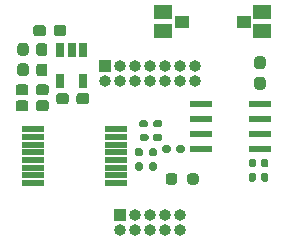
<source format=gbr>
%TF.GenerationSoftware,KiCad,Pcbnew,(5.1.8)-1*%
%TF.CreationDate,2021-11-11T12:40:01-05:00*%
%TF.ProjectId,Metal_flaw_sensor,4d657461-6c5f-4666-9c61-775f73656e73,rev?*%
%TF.SameCoordinates,Original*%
%TF.FileFunction,Soldermask,Top*%
%TF.FilePolarity,Negative*%
%FSLAX46Y46*%
G04 Gerber Fmt 4.6, Leading zero omitted, Abs format (unit mm)*
G04 Created by KiCad (PCBNEW (5.1.8)-1) date 2021-11-11 12:40:01*
%MOMM*%
%LPD*%
G01*
G04 APERTURE LIST*
%ADD10O,1.000000X1.000000*%
%ADD11R,1.000000X1.000000*%
%ADD12R,1.900000X0.480000*%
%ADD13R,0.650000X1.220000*%
%ADD14R,1.970000X0.600000*%
%ADD15R,1.200000X1.000000*%
%ADD16R,1.500000X1.200000*%
G04 APERTURE END LIST*
D10*
%TO.C,J3*%
X135810000Y-109820000D03*
X135810000Y-108550000D03*
X134540000Y-109820000D03*
X134540000Y-108550000D03*
X133270000Y-109820000D03*
X133270000Y-108550000D03*
X132000000Y-109820000D03*
X132000000Y-108550000D03*
X130730000Y-109820000D03*
X130730000Y-108550000D03*
X129460000Y-109820000D03*
X129460000Y-108550000D03*
X128190000Y-109820000D03*
D11*
X128190000Y-108550000D03*
%TD*%
D12*
%TO.C,U2*%
X122105000Y-118435000D03*
X122105000Y-117785000D03*
X122105000Y-117135000D03*
X122105000Y-116485000D03*
X122105000Y-115835000D03*
X122105000Y-115185000D03*
X122105000Y-114535000D03*
X122105000Y-113885000D03*
X129115000Y-113885000D03*
X129115000Y-114535000D03*
X129115000Y-115185000D03*
X129115000Y-115835000D03*
X129115000Y-116485000D03*
X129115000Y-117135000D03*
X129115000Y-117785000D03*
X129115000Y-118435000D03*
%TD*%
%TO.C,C3*%
G36*
G01*
X141082500Y-109445000D02*
X141557500Y-109445000D01*
G75*
G02*
X141795000Y-109682500I0J-237500D01*
G01*
X141795000Y-110282500D01*
G75*
G02*
X141557500Y-110520000I-237500J0D01*
G01*
X141082500Y-110520000D01*
G75*
G02*
X140845000Y-110282500I0J237500D01*
G01*
X140845000Y-109682500D01*
G75*
G02*
X141082500Y-109445000I237500J0D01*
G01*
G37*
G36*
G01*
X141082500Y-107720000D02*
X141557500Y-107720000D01*
G75*
G02*
X141795000Y-107957500I0J-237500D01*
G01*
X141795000Y-108557500D01*
G75*
G02*
X141557500Y-108795000I-237500J0D01*
G01*
X141082500Y-108795000D01*
G75*
G02*
X140845000Y-108557500I0J237500D01*
G01*
X140845000Y-107957500D01*
G75*
G02*
X141082500Y-107720000I237500J0D01*
G01*
G37*
%TD*%
%TO.C,R6*%
G36*
G01*
X132430000Y-116190000D02*
X132110000Y-116190000D01*
G75*
G02*
X131950000Y-116030000I0J160000D01*
G01*
X131950000Y-115635000D01*
G75*
G02*
X132110000Y-115475000I160000J0D01*
G01*
X132430000Y-115475000D01*
G75*
G02*
X132590000Y-115635000I0J-160000D01*
G01*
X132590000Y-116030000D01*
G75*
G02*
X132430000Y-116190000I-160000J0D01*
G01*
G37*
G36*
G01*
X132430000Y-117385000D02*
X132110000Y-117385000D01*
G75*
G02*
X131950000Y-117225000I0J160000D01*
G01*
X131950000Y-116830000D01*
G75*
G02*
X132110000Y-116670000I160000J0D01*
G01*
X132430000Y-116670000D01*
G75*
G02*
X132590000Y-116830000I0J-160000D01*
G01*
X132590000Y-117225000D01*
G75*
G02*
X132430000Y-117385000I-160000J0D01*
G01*
G37*
%TD*%
%TO.C,R5*%
G36*
G01*
X131220000Y-116190000D02*
X130900000Y-116190000D01*
G75*
G02*
X130740000Y-116030000I0J160000D01*
G01*
X130740000Y-115635000D01*
G75*
G02*
X130900000Y-115475000I160000J0D01*
G01*
X131220000Y-115475000D01*
G75*
G02*
X131380000Y-115635000I0J-160000D01*
G01*
X131380000Y-116030000D01*
G75*
G02*
X131220000Y-116190000I-160000J0D01*
G01*
G37*
G36*
G01*
X131220000Y-117385000D02*
X130900000Y-117385000D01*
G75*
G02*
X130740000Y-117225000I0J160000D01*
G01*
X130740000Y-116830000D01*
G75*
G02*
X130900000Y-116670000I160000J0D01*
G01*
X131220000Y-116670000D01*
G75*
G02*
X131380000Y-116830000I0J-160000D01*
G01*
X131380000Y-117225000D01*
G75*
G02*
X131220000Y-117385000I-160000J0D01*
G01*
G37*
%TD*%
%TO.C,R4*%
G36*
G01*
X133770000Y-115410000D02*
X133770000Y-115730000D01*
G75*
G02*
X133610000Y-115890000I-160000J0D01*
G01*
X133215000Y-115890000D01*
G75*
G02*
X133055000Y-115730000I0J160000D01*
G01*
X133055000Y-115410000D01*
G75*
G02*
X133215000Y-115250000I160000J0D01*
G01*
X133610000Y-115250000D01*
G75*
G02*
X133770000Y-115410000I0J-160000D01*
G01*
G37*
G36*
G01*
X134965000Y-115410000D02*
X134965000Y-115730000D01*
G75*
G02*
X134805000Y-115890000I-160000J0D01*
G01*
X134410000Y-115890000D01*
G75*
G02*
X134250000Y-115730000I0J160000D01*
G01*
X134250000Y-115410000D01*
G75*
G02*
X134410000Y-115250000I160000J0D01*
G01*
X134805000Y-115250000D01*
G75*
G02*
X134965000Y-115410000I0J-160000D01*
G01*
G37*
%TD*%
%TO.C,R3*%
G36*
G01*
X131820000Y-113250000D02*
X131820000Y-113570000D01*
G75*
G02*
X131660000Y-113730000I-160000J0D01*
G01*
X131265000Y-113730000D01*
G75*
G02*
X131105000Y-113570000I0J160000D01*
G01*
X131105000Y-113250000D01*
G75*
G02*
X131265000Y-113090000I160000J0D01*
G01*
X131660000Y-113090000D01*
G75*
G02*
X131820000Y-113250000I0J-160000D01*
G01*
G37*
G36*
G01*
X133015000Y-113250000D02*
X133015000Y-113570000D01*
G75*
G02*
X132855000Y-113730000I-160000J0D01*
G01*
X132460000Y-113730000D01*
G75*
G02*
X132300000Y-113570000I0J160000D01*
G01*
X132300000Y-113250000D01*
G75*
G02*
X132460000Y-113090000I160000J0D01*
G01*
X132855000Y-113090000D01*
G75*
G02*
X133015000Y-113250000I0J-160000D01*
G01*
G37*
%TD*%
%TO.C,R2*%
G36*
G01*
X141880000Y-117120000D02*
X141560000Y-117120000D01*
G75*
G02*
X141400000Y-116960000I0J160000D01*
G01*
X141400000Y-116565000D01*
G75*
G02*
X141560000Y-116405000I160000J0D01*
G01*
X141880000Y-116405000D01*
G75*
G02*
X142040000Y-116565000I0J-160000D01*
G01*
X142040000Y-116960000D01*
G75*
G02*
X141880000Y-117120000I-160000J0D01*
G01*
G37*
G36*
G01*
X141880000Y-118315000D02*
X141560000Y-118315000D01*
G75*
G02*
X141400000Y-118155000I0J160000D01*
G01*
X141400000Y-117760000D01*
G75*
G02*
X141560000Y-117600000I160000J0D01*
G01*
X141880000Y-117600000D01*
G75*
G02*
X142040000Y-117760000I0J-160000D01*
G01*
X142040000Y-118155000D01*
G75*
G02*
X141880000Y-118315000I-160000J0D01*
G01*
G37*
%TD*%
%TO.C,R1*%
G36*
G01*
X140520000Y-117600000D02*
X140840000Y-117600000D01*
G75*
G02*
X141000000Y-117760000I0J-160000D01*
G01*
X141000000Y-118155000D01*
G75*
G02*
X140840000Y-118315000I-160000J0D01*
G01*
X140520000Y-118315000D01*
G75*
G02*
X140360000Y-118155000I0J160000D01*
G01*
X140360000Y-117760000D01*
G75*
G02*
X140520000Y-117600000I160000J0D01*
G01*
G37*
G36*
G01*
X140520000Y-116405000D02*
X140840000Y-116405000D01*
G75*
G02*
X141000000Y-116565000I0J-160000D01*
G01*
X141000000Y-116960000D01*
G75*
G02*
X140840000Y-117120000I-160000J0D01*
G01*
X140520000Y-117120000D01*
G75*
G02*
X140360000Y-116960000I0J160000D01*
G01*
X140360000Y-116565000D01*
G75*
G02*
X140520000Y-116405000I160000J0D01*
G01*
G37*
%TD*%
%TO.C,C5*%
G36*
G01*
X131890000Y-114425000D02*
X131890000Y-114735000D01*
G75*
G02*
X131735000Y-114890000I-155000J0D01*
G01*
X131310000Y-114890000D01*
G75*
G02*
X131155000Y-114735000I0J155000D01*
G01*
X131155000Y-114425000D01*
G75*
G02*
X131310000Y-114270000I155000J0D01*
G01*
X131735000Y-114270000D01*
G75*
G02*
X131890000Y-114425000I0J-155000D01*
G01*
G37*
G36*
G01*
X133025000Y-114425000D02*
X133025000Y-114735000D01*
G75*
G02*
X132870000Y-114890000I-155000J0D01*
G01*
X132445000Y-114890000D01*
G75*
G02*
X132290000Y-114735000I0J155000D01*
G01*
X132290000Y-114425000D01*
G75*
G02*
X132445000Y-114270000I155000J0D01*
G01*
X132870000Y-114270000D01*
G75*
G02*
X133025000Y-114425000I0J-155000D01*
G01*
G37*
%TD*%
D13*
%TO.C,U3*%
X126330000Y-109760000D03*
X124430000Y-109760000D03*
X124430000Y-107140000D03*
X125380000Y-107140000D03*
X126330000Y-107140000D03*
%TD*%
D14*
%TO.C,U1*%
X141315000Y-111755000D03*
X141315000Y-113025000D03*
X141315000Y-114295000D03*
X141315000Y-115565000D03*
X136365000Y-115565000D03*
X136365000Y-114295000D03*
X136365000Y-113025000D03*
X136365000Y-111755000D03*
%TD*%
%TO.C,R8*%
G36*
G01*
X134315000Y-117852500D02*
X134315000Y-118327500D01*
G75*
G02*
X134077500Y-118565000I-237500J0D01*
G01*
X133577500Y-118565000D01*
G75*
G02*
X133340000Y-118327500I0J237500D01*
G01*
X133340000Y-117852500D01*
G75*
G02*
X133577500Y-117615000I237500J0D01*
G01*
X134077500Y-117615000D01*
G75*
G02*
X134315000Y-117852500I0J-237500D01*
G01*
G37*
G36*
G01*
X136140000Y-117852500D02*
X136140000Y-118327500D01*
G75*
G02*
X135902500Y-118565000I-237500J0D01*
G01*
X135402500Y-118565000D01*
G75*
G02*
X135165000Y-118327500I0J237500D01*
G01*
X135165000Y-117852500D01*
G75*
G02*
X135402500Y-117615000I237500J0D01*
G01*
X135902500Y-117615000D01*
G75*
G02*
X136140000Y-117852500I0J-237500D01*
G01*
G37*
%TD*%
D10*
%TO.C,J4*%
X134540000Y-122440000D03*
X134540000Y-121170000D03*
X133270000Y-122440000D03*
X133270000Y-121170000D03*
X132000000Y-122440000D03*
X132000000Y-121170000D03*
X130730000Y-122440000D03*
X130730000Y-121170000D03*
X129460000Y-122440000D03*
D11*
X129460000Y-121170000D03*
%TD*%
D15*
%TO.C,J2*%
X139930000Y-104780000D03*
D16*
X141520000Y-105580000D03*
X141520000Y-103980000D03*
%TD*%
D15*
%TO.C,J1*%
X134720000Y-104780000D03*
D16*
X133130000Y-103980000D03*
X133130000Y-105580000D03*
%TD*%
%TO.C,FB1*%
G36*
G01*
X123087500Y-107675000D02*
X122612500Y-107675000D01*
G75*
G02*
X122375000Y-107437500I0J237500D01*
G01*
X122375000Y-106837500D01*
G75*
G02*
X122612500Y-106600000I237500J0D01*
G01*
X123087500Y-106600000D01*
G75*
G02*
X123325000Y-106837500I0J-237500D01*
G01*
X123325000Y-107437500D01*
G75*
G02*
X123087500Y-107675000I-237500J0D01*
G01*
G37*
G36*
G01*
X123087500Y-109400000D02*
X122612500Y-109400000D01*
G75*
G02*
X122375000Y-109162500I0J237500D01*
G01*
X122375000Y-108562500D01*
G75*
G02*
X122612500Y-108325000I237500J0D01*
G01*
X123087500Y-108325000D01*
G75*
G02*
X123325000Y-108562500I0J-237500D01*
G01*
X123325000Y-109162500D01*
G75*
G02*
X123087500Y-109400000I-237500J0D01*
G01*
G37*
%TD*%
%TO.C,C8*%
G36*
G01*
X125785000Y-111527500D02*
X125785000Y-111052500D01*
G75*
G02*
X126022500Y-110815000I237500J0D01*
G01*
X126622500Y-110815000D01*
G75*
G02*
X126860000Y-111052500I0J-237500D01*
G01*
X126860000Y-111527500D01*
G75*
G02*
X126622500Y-111765000I-237500J0D01*
G01*
X126022500Y-111765000D01*
G75*
G02*
X125785000Y-111527500I0J237500D01*
G01*
G37*
G36*
G01*
X124060000Y-111527500D02*
X124060000Y-111052500D01*
G75*
G02*
X124297500Y-110815000I237500J0D01*
G01*
X124897500Y-110815000D01*
G75*
G02*
X125135000Y-111052500I0J-237500D01*
G01*
X125135000Y-111527500D01*
G75*
G02*
X124897500Y-111765000I-237500J0D01*
G01*
X124297500Y-111765000D01*
G75*
G02*
X124060000Y-111527500I0J237500D01*
G01*
G37*
%TD*%
%TO.C,C7*%
G36*
G01*
X123855000Y-105767500D02*
X123855000Y-105292500D01*
G75*
G02*
X124092500Y-105055000I237500J0D01*
G01*
X124692500Y-105055000D01*
G75*
G02*
X124930000Y-105292500I0J-237500D01*
G01*
X124930000Y-105767500D01*
G75*
G02*
X124692500Y-106005000I-237500J0D01*
G01*
X124092500Y-106005000D01*
G75*
G02*
X123855000Y-105767500I0J237500D01*
G01*
G37*
G36*
G01*
X122130000Y-105767500D02*
X122130000Y-105292500D01*
G75*
G02*
X122367500Y-105055000I237500J0D01*
G01*
X122967500Y-105055000D01*
G75*
G02*
X123205000Y-105292500I0J-237500D01*
G01*
X123205000Y-105767500D01*
G75*
G02*
X122967500Y-106005000I-237500J0D01*
G01*
X122367500Y-106005000D01*
G75*
G02*
X122130000Y-105767500I0J237500D01*
G01*
G37*
%TD*%
%TO.C,C4*%
G36*
G01*
X122365000Y-112137500D02*
X122365000Y-111662500D01*
G75*
G02*
X122602500Y-111425000I237500J0D01*
G01*
X123202500Y-111425000D01*
G75*
G02*
X123440000Y-111662500I0J-237500D01*
G01*
X123440000Y-112137500D01*
G75*
G02*
X123202500Y-112375000I-237500J0D01*
G01*
X122602500Y-112375000D01*
G75*
G02*
X122365000Y-112137500I0J237500D01*
G01*
G37*
G36*
G01*
X120640000Y-112137500D02*
X120640000Y-111662500D01*
G75*
G02*
X120877500Y-111425000I237500J0D01*
G01*
X121477500Y-111425000D01*
G75*
G02*
X121715000Y-111662500I0J-237500D01*
G01*
X121715000Y-112137500D01*
G75*
G02*
X121477500Y-112375000I-237500J0D01*
G01*
X120877500Y-112375000D01*
G75*
G02*
X120640000Y-112137500I0J237500D01*
G01*
G37*
%TD*%
%TO.C,C2*%
G36*
G01*
X121022500Y-108305000D02*
X121497500Y-108305000D01*
G75*
G02*
X121735000Y-108542500I0J-237500D01*
G01*
X121735000Y-109142500D01*
G75*
G02*
X121497500Y-109380000I-237500J0D01*
G01*
X121022500Y-109380000D01*
G75*
G02*
X120785000Y-109142500I0J237500D01*
G01*
X120785000Y-108542500D01*
G75*
G02*
X121022500Y-108305000I237500J0D01*
G01*
G37*
G36*
G01*
X121022500Y-106580000D02*
X121497500Y-106580000D01*
G75*
G02*
X121735000Y-106817500I0J-237500D01*
G01*
X121735000Y-107417500D01*
G75*
G02*
X121497500Y-107655000I-237500J0D01*
G01*
X121022500Y-107655000D01*
G75*
G02*
X120785000Y-107417500I0J237500D01*
G01*
X120785000Y-106817500D01*
G75*
G02*
X121022500Y-106580000I237500J0D01*
G01*
G37*
%TD*%
%TO.C,C1*%
G36*
G01*
X121715000Y-110312500D02*
X121715000Y-110787500D01*
G75*
G02*
X121477500Y-111025000I-237500J0D01*
G01*
X120877500Y-111025000D01*
G75*
G02*
X120640000Y-110787500I0J237500D01*
G01*
X120640000Y-110312500D01*
G75*
G02*
X120877500Y-110075000I237500J0D01*
G01*
X121477500Y-110075000D01*
G75*
G02*
X121715000Y-110312500I0J-237500D01*
G01*
G37*
G36*
G01*
X123440000Y-110312500D02*
X123440000Y-110787500D01*
G75*
G02*
X123202500Y-111025000I-237500J0D01*
G01*
X122602500Y-111025000D01*
G75*
G02*
X122365000Y-110787500I0J237500D01*
G01*
X122365000Y-110312500D01*
G75*
G02*
X122602500Y-110075000I237500J0D01*
G01*
X123202500Y-110075000D01*
G75*
G02*
X123440000Y-110312500I0J-237500D01*
G01*
G37*
%TD*%
M02*

</source>
